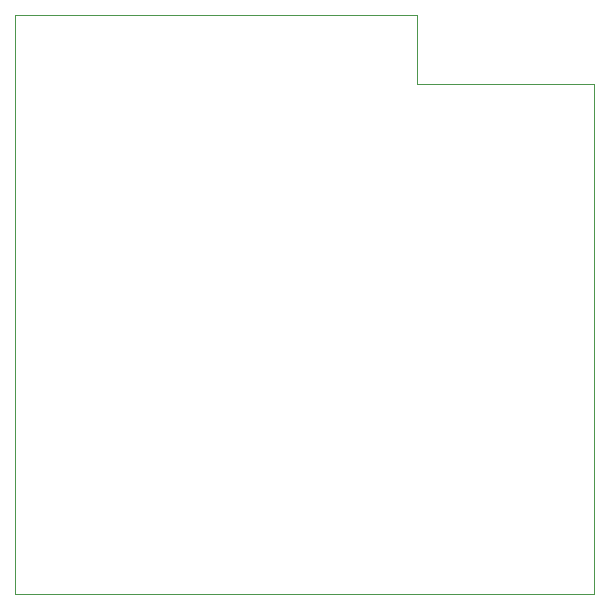
<source format=gm1>
G04 #@! TF.GenerationSoftware,KiCad,Pcbnew,(5.1.5)-3*
G04 #@! TF.CreationDate,2021-02-26T08:04:36-05:00*
G04 #@! TF.ProjectId,RPI-I2C-HUB,5250492d-4932-4432-9d48-55422e6b6963,rev?*
G04 #@! TF.SameCoordinates,Original*
G04 #@! TF.FileFunction,Profile,NP*
%FSLAX46Y46*%
G04 Gerber Fmt 4.6, Leading zero omitted, Abs format (unit mm)*
G04 Created by KiCad (PCBNEW (5.1.5)-3) date 2021-02-26 08:04:36*
%MOMM*%
%LPD*%
G04 APERTURE LIST*
%ADD10C,0.100000*%
G04 APERTURE END LIST*
D10*
X49000000Y-5800000D02*
X49000000Y-13000000D01*
X34000000Y-5800000D02*
X49000000Y-5800000D01*
X34000000Y0D02*
X34000000Y-5800000D01*
X34000000Y0D02*
X0Y0D01*
X0Y-49000000D02*
X49000000Y-49000000D01*
X49000000Y-13000000D02*
X49000000Y-49000000D01*
X0Y-49000000D02*
X0Y0D01*
M02*

</source>
